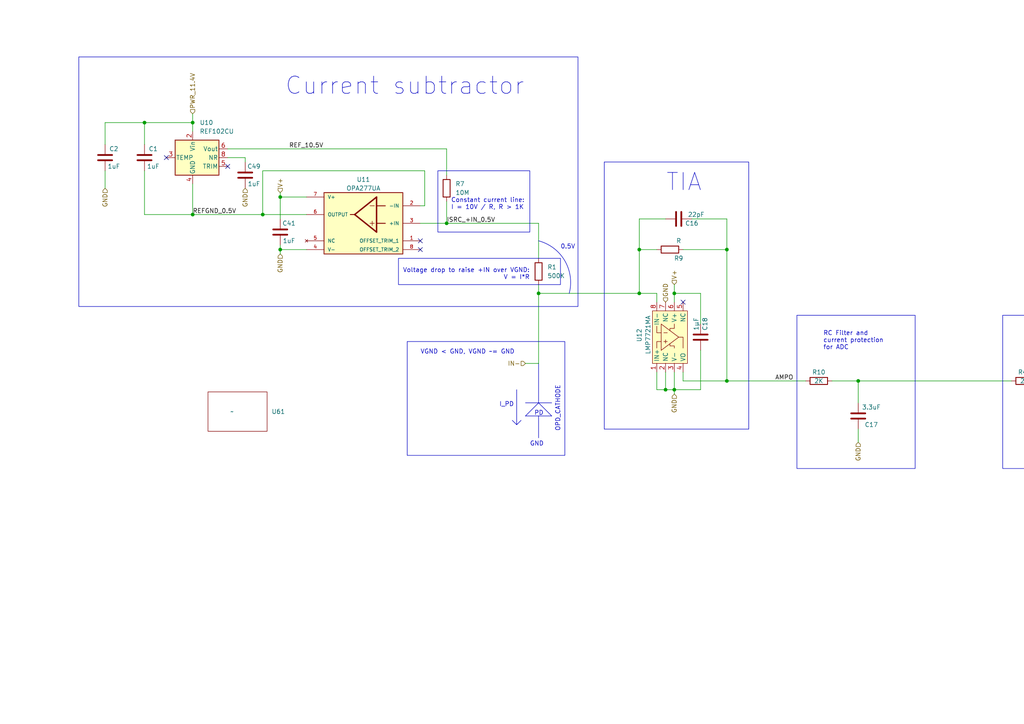
<source format=kicad_sch>
(kicad_sch (version 20230121) (generator eeschema)
  (paper "A4")
  (lib_symbols
    (symbol "Device:C" (pin_numbers hide) (pin_names (offset 0.254))
      (property "Reference" "C" (at 0.635 2.54 0))
      (property "Value" "C" (at 0.635 -2.54 0))
      (symbol "C_0_1"
        (polyline (pts (xy -2.032 -0.762) (xy 2.032 -0.762)) (stroke (width 0.508)))
        (polyline (pts (xy -2.032 0.762) (xy 2.032 0.762)) (stroke (width 0.508)))
      )
      (symbol "C_1_1"
        (pin passive line (at 0 3.81 270) (length 2.794) (name "~") (number "1"))
        (pin passive line (at 0 -3.81 90) (length 2.794) (name "~") (number "2"))
      )
    )
    (symbol "Device:R" (pin_numbers hide) (pin_names (offset 0))
      (property "Reference" "R" (at 2.032 0 90))
      (property "Value" "R" (at 0 0 90))
      (symbol "R_0_1"
        (rectangle (start -1.016 -2.54) (end 1.016 2.54) (stroke (width 0.254)))
      )
      (symbol "R_1_1"
        (pin passive line (at 0 3.81 270) (length 1.27) (name "~") (number "1"))
        (pin passive line (at 0 -3.81 90) (length 1.27) (name "~") (number "2"))
      )
    )
    (symbol "LMP7721:LMP7721MA"
      (property "Reference" "U" (at 0 6.35 0))
      (property "Value" "LMP7721MA" (at -0.635 8.89 0))
      (symbol "LMP7721MA_0_1"
        (rectangle (start -7.62 5.08) (end 7.62 -5.08) (fill (type background)))
        (polyline (pts (xy -1.778 1.27) (xy -0.762 1.27)))
        (polyline (pts (xy -1.27 1.778) (xy -1.27 0.762)))
        (polyline (pts (xy 1.27 1.778) (xy 1.27 0.762)))
        (polyline (pts (xy -1.27 2.54) (xy -1.27 3.81) (xy -3.175 3.81)))
        (polyline (pts (xy 0 -2.54) (xy 0 -3.81) (xy -3.175 -3.81)))
        (polyline (pts (xy 1.27 2.54) (xy 1.27 3.81) (xy 3.175 3.81)))
        (polyline (pts (xy -3.81 2.54) (xy 3.81 2.54) (xy 0 -2.54) (xy -3.81 2.54)))
        (polyline (pts (xy -1.905 0) (xy -2.54 0) (xy -2.54 -1.27) (xy -3.175 -1.27)))
        (polyline (pts (xy 1.905 0) (xy 2.54 0) (xy 2.54 -1.27) (xy 3.81 -1.27)))
      )
      (symbol "LMP7721MA_1_1"
        (pin input line (at -10.16 3.81 0) (length 2.54) (name "IN+") (number "1"))
        (pin input line (at -10.16 1.27 0) (length 2.54) (name "NC") (number "2"))
        (pin input line (at -10.16 -1.27 0) (length 2.54) (name "V-") (number "3"))
        (pin input line (at -10.16 -3.81 0) (length 2.54) (name "VO") (number "4"))
        (pin input line (at 10.16 -3.81 180) (length 2.54) (name "NC") (number "5"))
        (pin input line (at 10.16 -1.27 180) (length 2.54) (name "V+") (number "6"))
        (pin input line (at 10.16 1.27 180) (length 2.54) (name "NC") (number "7"))
        (pin input line (at 10.16 3.81 180) (length 2.54) (name "IN-") (number "8"))
      )
    )
    (symbol "OPAx277:OPA277UA" (pin_names (offset 1.016))
      (property "Reference" "U" (at -10.16 13.97 0))
      (property "Value" "OPA277UA" (at -10.16 -6.35 0))
      (symbol "OPA277UA_0_0"
        (rectangle (start -10.16 13.97) (end 12.7 -3.81) (stroke (width 0.254)) (fill (type background)))
        (polyline (pts (xy -5.08 5.08) (xy -2.54 5.08)) (stroke (width 0.254)))
        (polyline (pts (xy -5.08 10.16) (xy -2.54 10.16)) (stroke (width 0.254)))
        (polyline (pts (xy -2.54 2.54) (xy 3.81 7.62)) (stroke (width 0.4064)))
        (polyline (pts (xy -2.54 5.08) (xy -2.54 2.54)) (stroke (width 0.4064)))
        (polyline (pts (xy -2.54 10.16) (xy -2.54 5.08)) (stroke (width 0.4064)))
        (polyline (pts (xy -2.54 12.7) (xy -2.54 10.16)) (stroke (width 0.4064)))
        (polyline (pts (xy -1.905 5.08) (xy -0.635 5.08)) (stroke (width 0.1524)))
        (polyline (pts (xy -1.905 10.16) (xy -0.635 10.16)) (stroke (width 0.1524)))
        (polyline (pts (xy -1.27 5.715) (xy -1.27 4.445)) (stroke (width 0.1524)))
        (polyline (pts (xy 3.81 7.62) (xy -2.54 12.7)) (stroke (width 0.4064)))
        (polyline (pts (xy 3.81 7.62) (xy 5.08 7.62)) (stroke (width 0.254)))
        (pin input line (at -15.24 0 0) (length 5.08) (name "OFFSET_TRIM_1") (number "1"))
        (pin input line (at -15.24 10.16 0) (length 5.08) (name "-IN") (number "2"))
        (pin input line (at -15.24 5.08 0) (length 5.08) (name "+IN") (number "3"))
        (pin power_in line (at 17.78 -2.54 180) (length 5.08) (name "V-") (number "4"))
        (pin no_connect line (at 17.78 0 180) (length 5.08) (name "NC") (number "5"))
        (pin output line (at 17.78 7.62 180) (length 5.08) (name "OUTPUT") (number "6"))
        (pin power_in line (at 17.78 12.7 180) (length 5.08) (name "V+") (number "7"))
        (pin input line (at -15.24 -2.54 0) (length 5.08) (name "OFFSET_TRIM_2") (number "8"))
      )
    )
    (symbol "Reference_Voltage:REF102CU" (pin_names (offset 0.254))
      (property "Reference" "U" (at 0 8.255 0))
      (property "Value" "REF102CU" (at 3.175 6.35 0))
      (symbol "REF102CU_0_1"
        (rectangle (start -7.62 5.08) (end 5.08 -5.08) (stroke (width 0.254)) (fill (type background)))
      )
      (symbol "REF102CU_1_1"
        (pin no_connect line (at -5.08 -5.08 90) (length 2.54) hide (name "NC") (number "1"))
        (pin power_in line (at -2.54 7.62 270) (length 2.54) (name "Vin") (number "2"))
        (pin passive line (at -10.16 0 0) (length 2.54) (name "TEMP") (number "3"))
        (pin power_in line (at -2.54 -7.62 90) (length 2.54) (name "GND") (number "4"))
        (pin passive line (at 7.62 -2.54 180) (length 2.54) (name "TRIM") (number "5"))
        (pin power_out line (at 7.62 2.54 180) (length 2.54) (name "Vout") (number "6"))
        (pin no_connect line (at 0 -5.08 90) (length 2.54) hide (name "NC") (number "7"))
        (pin passive line (at 7.62 0 180) (length 2.54) (name "NR") (number "8"))
      )
    )
    (symbol "h-ALO:OPD_TIA_Outline" (pin_numbers hide) (pin_names (offset 0) hide) (in_bom no)
      (property "Reference" "U" (at 0 0 0))
      (symbol "OPD_TIA_Outline_0_1"
        (rectangle (start -6.985 5.715) (end 10.16 -5.715))
      )
    )
  )
  (junction (at 41.91 35.56))
  (junction (at 210.82 110.49))
  (junction (at 193.04 113.03))
  (junction (at 156.21 85.09))
  (junction (at 76.2 62.23))
  (junction (at 195.58 113.03))
  (junction (at 185.42 72.39))
  (junction (at 55.88 62.23))
  (junction (at 129.54 64.77))
  (junction (at 185.42 85.09))
  (junction (at 210.82 72.39))
  (junction (at 81.28 57.15))
  (junction (at 55.88 35.56))
  (junction (at 308.61 110.49))
  (junction (at 195.58 85.09))
  (junction (at 248.92 110.49))
  (junction (at 81.28 72.39))
  (no_connect (at 198.12 87.63))
  (no_connect (at 48.26 45.72))
  (no_connect (at 66.04 48.26))
  (no_connect (at 121.92 69.85))
  (no_connect (at 121.92 72.39))
  (wire (pts (xy 76.2 49.53) (xy 123.19 49.53)))
  (wire (pts (xy 210.82 110.49) (xy 233.68 110.49)))
  (wire (pts (xy 190.5 85.09) (xy 190.5 87.63)))
  (wire (pts (xy 308.61 124.46) (xy 308.61 128.27)))
  (wire (pts (xy 248.92 110.49) (xy 293.37 110.49)))
  (wire (pts (xy 193.04 113.03) (xy 193.04 107.95)))
  (wire (pts (xy 203.2 85.09) (xy 203.2 93.98)))
  (wire (pts (xy 193.04 113.03) (xy 195.58 113.03)))
  (polyline (pts (xy 152.4 120.65) (xy 160.02 120.65)))
  (wire (pts (xy 190.5 107.95) (xy 190.5 113.03)))
  (wire (pts (xy 121.92 64.77) (xy 129.54 64.77)))
  (wire (pts (xy 195.58 85.09) (xy 195.58 87.63)))
  (wire (pts (xy 129.54 43.18) (xy 129.54 50.8)))
  (wire (pts (xy 198.12 72.39) (xy 210.82 72.39)))
  (wire (pts (xy 129.54 58.42) (xy 129.54 64.77)))
  (wire (pts (xy 308.61 110.49) (xy 308.61 116.84)))
  (wire (pts (xy 30.48 35.56) (xy 41.91 35.56)))
  (wire (pts (xy 55.88 53.34) (xy 55.88 62.23)))
  (wire (pts (xy 81.28 73.66) (xy 81.28 72.39)))
  (wire (pts (xy 55.88 62.23) (xy 76.2 62.23)))
  (wire (pts (xy 248.92 124.46) (xy 248.92 128.27)))
  (wire (pts (xy 308.61 110.49) (xy 330.2 110.49)))
  (wire (pts (xy 71.12 45.72) (xy 71.12 46.99)))
  (polyline (pts (xy 156.21 105.41) (xy 156.21 116.84)))
  (wire (pts (xy 30.48 49.53) (xy 30.48 54.61)))
  (wire (pts (xy 210.82 63.5) (xy 210.82 72.39)))
  (polyline (pts (xy 152.4 116.84) (xy 160.02 116.84)))
  (wire (pts (xy 55.88 35.56) (xy 55.88 38.1)))
  (wire (pts (xy 198.12 110.49) (xy 210.82 110.49)))
  (wire (pts (xy 185.42 85.09) (xy 190.5 85.09)))
  (wire (pts (xy 198.12 110.49) (xy 198.12 107.95)))
  (wire (pts (xy 190.5 113.03) (xy 193.04 113.03)))
  (wire (pts (xy 81.28 71.12) (xy 81.28 72.39)))
  (wire (pts (xy 195.58 85.09) (xy 203.2 85.09)))
  (wire (pts (xy 76.2 62.23) (xy 76.2 49.53)))
  (polyline (pts (xy 156.21 120.65) (xy 156.21 127)))
  (wire (pts (xy 185.42 72.39) (xy 190.5 72.39)))
  (wire (pts (xy 81.28 57.15) (xy 88.9 57.15)))
  (wire (pts (xy 156.21 82.55) (xy 156.21 85.09)))
  (wire (pts (xy 156.21 74.93) (xy 156.21 64.77)))
  (wire (pts (xy 81.28 72.39) (xy 88.9 72.39)))
  (wire (pts (xy 185.42 63.5) (xy 193.04 63.5)))
  (wire (pts (xy 55.88 33.02) (xy 55.88 35.56)))
  (polyline (pts (xy 160.02 120.65) (xy 156.21 116.84)))
  (wire (pts (xy 152.4 105.41) (xy 156.21 105.41)))
  (wire (pts (xy 123.19 59.69) (xy 121.92 59.69)))
  (wire (pts (xy 248.92 110.49) (xy 248.92 116.84)))
  (wire (pts (xy 195.58 113.03) (xy 195.58 107.95)))
  (wire (pts (xy 41.91 35.56) (xy 41.91 41.91)))
  (polyline (pts (xy 149.86 113.03) (xy 149.86 123.19)))
  (wire (pts (xy 300.99 110.49) (xy 308.61 110.49)))
  (wire (pts (xy 185.42 72.39) (xy 185.42 85.09)))
  (wire (pts (xy 55.88 35.56) (xy 41.91 35.56)))
  (wire (pts (xy 200.66 63.5) (xy 210.82 63.5)))
  (wire (pts (xy 81.28 57.15) (xy 81.28 63.5)))
  (wire (pts (xy 30.48 41.91) (xy 30.48 35.56)))
  (wire (pts (xy 185.42 63.5) (xy 185.42 72.39)))
  (wire (pts (xy 203.2 101.6) (xy 203.2 113.03)))
  (wire (pts (xy 76.2 62.23) (xy 88.9 62.23)))
  (polyline (pts (xy 148.59 121.92) (xy 149.86 123.19)))
  (wire (pts (xy 156.21 64.77) (xy 129.54 64.77)))
  (wire (pts (xy 195.58 82.55) (xy 195.58 85.09)))
  (wire (pts (xy 129.54 43.18) (xy 66.04 43.18)))
  (wire (pts (xy 123.19 49.53) (xy 123.19 59.69)))
  (wire (pts (xy 41.91 62.23) (xy 55.88 62.23)))
  (wire (pts (xy 41.91 49.53) (xy 41.91 62.23)))
  (polyline (pts (xy 151.13 121.92) (xy 149.86 123.19)))
  (wire (pts (xy 195.58 113.03) (xy 195.58 114.3)))
  (wire (pts (xy 210.82 72.39) (xy 210.82 110.49)))
  (wire (pts (xy 156.21 85.09) (xy 185.42 85.09)))
  (polyline (pts (xy 152.4 120.65) (xy 156.21 116.84)))
  (wire (pts (xy 66.04 45.72) (xy 71.12 45.72)))
  (wire (pts (xy 195.58 113.03) (xy 203.2 113.03)))
  (wire (pts (xy 241.3 110.49) (xy 248.92 110.49)))
  (wire (pts (xy 156.21 85.09) (xy 156.21 105.41)))
  (wire (pts (xy 81.28 55.88) (xy 81.28 57.15)))
  (rectangle (start 175.26 46.99) (end 217.17 124.46))
  (rectangle (start 115.57 74.93) (end 162.56 82.55))
  (rectangle (start 290.83 91.44) (end 325.12 135.89))
  (rectangle (start 118.11 99.06) (end 163.83 132.08))
  (arc (start 156.21 69.85) (mid 163.8113 75.6288) (end 165.1 85.09))
  (rectangle (start 127 49.53) (end 153.67 67.31))
  (rectangle (start 231.14 91.44) (end 265.43 135.89))
  (rectangle (start 22.86 16.51) (end 167.64 88.9))
  (text_box "10.1 Layout Guidelines\nIn order to capitalize on the LMP7721's ultra-low input bias current, careful circuit layout and assembly are\nrequired. Guarding techniques are highly recommended to reduce parasitic leakage current by isolating the\nLMP7721's input from large voltage gradients across the PC board. A guard is a low-impedance conductor that\nsurrounds an input line and its potential is raised to the input line's voltage. The input pins should be fully\nguarded as shown in Figure 54. The guard traces should completely encircle the input connections. In addition,\nthey should be located on both sides of the PCB and be connected together.\nTo further guard the inputs from the supply pins, the two N/C pins may be connected to the guard trace which\nwill provide guarding down to the leadframe level.\nSolder mask should not cover the input and the guard area including guard traces on either side of the PCB.\nKeep switching power supplies and other noise-producing devices away from the input area." (at 312.42 25.4 0) (size 110.49 41.91) (effects (font (size 1.27 1.27)) (justify left top)))
  (text "I_PD" (at 144.78 118.11 0) (effects (font (size 1.27 1.27)) (justify left bottom)))
  (text "Constant current line:\nI = 10V / R, R > 1K" (at 130.81 60.96 0) (effects (font (size 1.27 1.27)) (justify left bottom)))
  (text "PD" (at 154.94 120.65 0) (effects (font (size 1.27 1.27)) (justify left bottom)))
  (text "TIA" (at 193.04 55.88 0) (effects (font (size 5 5)) (justify left bottom)))
  (text "RC Filter and \ncurrent protection \nfor ADC" (at 298.45 101.6 0) (effects (font (size 1.27 1.27)) (justify left bottom)))
  (text "GND" (at 153.67 129.54 0) (effects (font (size 1.27 1.27)) (justify left bottom)))
  (text "Voltage drop to raise +IN over VGND:\nV = I*R" (at 153.67 81.28 0) (effects (font (size 1.27 1.27)) (justify right bottom)))
  (text "VGND < GND, VGND ~= GND" (at 121.92 102.87 0) (effects (font (size 1.27 1.27)) (justify left bottom)))
  (text "0.5V" (at 162.56 72.39 0) (effects (font (size 1.27 1.27)) (justify left bottom)))
  (text "OPD_CATHODE" (at 162.56 111.76 90) (effects (font (size 1.27 1.27)) (justify right bottom)))
  (text "Current subtractor" (at 82.55 27.94 0) (effects (font (size 5 5)) (justify left bottom)))
  (text "RC Filter and \ncurrent protection \nfor ADC" (at 238.76 101.6 0) (effects (font (size 1.27 1.27)) (justify left bottom)))
  (label "REF_10.5V" (at 83.82 43.18 0))
  (label "ISRC_+IN_0.5V" (at 129.54 64.77 0))
  (label "AMPO" (at 224.79 110.49 0))
  (label "REFGND_0.5V" (at 55.88 62.23 0))
  (hierarchical_label "GND" (shape input) (at 81.28 73.66 270))
  (hierarchical_label "GND" (shape input) (at 30.48 54.61 270))
  (hierarchical_label "GND" (shape input) (at 71.12 54.61 270))
  (hierarchical_label "IN-" (shape input) (at 152.4 105.41 180))
  (hierarchical_label "GND" (shape input) (at 248.92 128.27 270))
  (hierarchical_label "OUT" (shape input) (at 330.2 110.49 0))
  (hierarchical_label "GND" (shape input) (at 195.58 114.3 270))
  (hierarchical_label "V+" (shape input) (at 81.28 55.88 90))
  (hierarchical_label "GND" (shape input) (at 308.61 128.27 270))
  (hierarchical_label "PWR_11.4V" (shape input) (at 55.88 33.02 90))
  (hierarchical_label "V+" (shape input) (at 195.58 82.55 90))
  (hierarchical_label "GND" (shape input) (at 193.04 87.63 90))
  (symbol (lib_id "Reference_Voltage:REF102CU") (at 58.42 45.72 0) (unit 1)
    (property "Reference" "U10" (at 57.8994 35.56 0) (effects (justify left)))
    (property "Value" "REF102CU" (at 57.8994 38.1 0) (effects (justify left)))
    (property "Footprint" "Package_SO:SOIC-8_3.9x4.9mm_P1.27mm" (effects hide))
    (property "Datasheet" "http://www.ti.com/lit/ds/symlink/ref02.pdf" (effects hide))
    (instances (project "demo_LMP7721" (path "" (reference "U10") (unit 1)) (path "" (reference "U3") (unit 1)) (path "" (reference "U17") (unit 1)) (path "" (reference "U20") (unit 1)) (path "" (reference "U23") (unit 1)) (path "" (reference "U48") (unit 1)) (path "" (reference "U51") (unit 1)) (path "" (reference "U45") (unit 1))))
  )
  (symbol (lib_id "Device:C") (at 71.12 50.8 180) (unit 1)
    (property "Reference" "C49" (at 73.66 48.26 0))
    (property "Value" "1uF" (at 73.66 53.34 0))
    (property "Footprint" "Capacitor_SMD:C_0603_1608Metric" (effects hide))
    (instances (project "demo_LMP7721" (path "" (reference "C49") (unit 1)) (path "" (reference "C24") (unit 1)) (path "" (reference "C36") (unit 1)) (path "" (reference "C44") (unit 1)) (path "" (reference "C61") (unit 1)) (path "" (reference "C100") (unit 1)) (path "" (reference "C107") (unit 1)) (path "" (reference "C86") (unit 1))))
  )
  (symbol (lib_id "LMP7721:LMP7721MA") (at 194.31 97.79 90) (unit 1)
    (property "Reference" "U12" (at 185.42 95.25 0) (effects (justify right)))
    (property "Value" "LMP7721MA" (at 187.96 91.44 0) (effects (justify right)))
    (property "Footprint" "Package_SO:SOIC-8_3.9x4.9mm_P1.27mm" (effects hide))
    (instances (project "demo_LMP7721" (path "" (reference "U12") (unit 1)) (path "" (reference "U16") (unit 1)) (path "" (reference "U19") (unit 1)) (path "" (reference "U22") (unit 1)) (path "" (reference "U36") (unit 1)) (path "" (reference "U50") (unit 1)) (path "" (reference "U53") (unit 1)) (path "" (reference "U47") (unit 1))))
  )
  (symbol (lib_id "Device:R") (at 156.21 78.74 180) (unit 1)
    (property "Reference" "R1" (at 158.75 77.47 0) (effects (justify right)))
    (property "Value" "500K" (at 158.75 80.01 0) (effects (justify right)))
    (property "Footprint" "Resistor_SMD:R_0603_1608Metric" (effects hide))
    (instances (project "demo_LMP7721" (path "" (reference "R1") (unit 1)) (path "" (reference "R3") (unit 1)) (path "" (reference "R15") (unit 1)) (path "" (reference "R21") (unit 1)) (path "" (reference "R26") (unit 1)) (path "" (reference "R31") (unit 1)) (path "" (reference "R37") (unit 1)) (path "" (reference "R40") (unit 1))))
  )
  (symbol (lib_id "h-ALO:OPD_TIA_Outline") (at 67.31 119.38 0) (unit 1) (in_bom no)
    (property "Reference" "U61" (at 78.74 119.38 0) (effects (justify left)))
    (property "Value" "~" (at 67.31 119.38 0))
    (property "Footprint" "h-ALO:OPD_TIA_Outline" (effects hide))
    (property "Sim.Enable" "0" (effects hide))
    (instances (project "demo_LMP7721" (path "" (reference "U61") (unit 1)) (path "" (reference "U62") (unit 1)) (path "" (reference "U63") (unit 1)) (path "" (reference "U64") (unit 1)) (path "" (reference "U65") (unit 1)) (path "" (reference "U66") (unit 1)) (path "" (reference "U68") (unit 1)) (path "" (reference "U67") (unit 1))))
  )
  (symbol (lib_id "Device:C") (at 30.48 45.72 180) (unit 1)
    (property "Reference" "C2" (at 33.02 43.18 0))
    (property "Value" "1uF" (at 33.02 48.26 0))
    (property "Footprint" "Capacitor_SMD:C_0603_1608Metric" (effects hide))
    (instances (project "demo_LMP7721" (path "" (reference "C2") (unit 1)) (path "" (reference "C22") (unit 1)) (path "" (reference "C29") (unit 1)) (path "" (reference "C42") (unit 1)) (path "" (reference "C55") (unit 1)) (path "" (reference "C98") (unit 1)) (path "" (reference "C105") (unit 1)) (path "" (reference "C84") (unit 1))))
  )
  (symbol (lib_id "OPAx277:OPA277UA") (at 106.68 69.85 0) (mirror y) (unit 1)
    (property "Reference" "U11" (at 105.41 52.07 0))
    (property "Value" "OPA277UA" (at 105.41 54.61 0))
    (property "Footprint" "Package_SO:SOIC-8_3.9x4.9mm_P1.27mm" (effects hide))
    (property "PARTREV" "02/2019" (effects hide))
    (property "MAXIMUM_PACKAGE_HEIGHT" "1.75 mm" (effects hide))
    (property "STANDARD" "IPC 7351B" (effects hide))
    (property "MANUFACTURER" "Texas Instruments" (effects hide))
    (instances (project "demo_LMP7721" (path "" (reference "U11") (unit 1)) (path "" (reference "U15") (unit 1)) (path "" (reference "U18") (unit 1)) (path "" (reference "U21") (unit 1)) (path "" (reference "U24") (unit 1)) (path "" (reference "U49") (unit 1)) (path "" (reference "U52") (unit 1)) (path "" (reference "U46") (unit 1))))
  )
  (symbol (lib_id "Device:C") (at 81.28 67.31 180) (unit 1)
    (property "Reference" "C41" (at 83.82 64.77 0))
    (property "Value" "1uF" (at 83.82 69.85 0))
    (property "Footprint" "Capacitor_SMD:C_0603_1608Metric" (effects hide))
    (instances (project "demo_LMP7721" (path "" (reference "C41") (unit 1)) (path "" (reference "C25") (unit 1)) (path "" (reference "C37") (unit 1)) (path "" (reference "C45") (unit 1)) (path "" (reference "C62") (unit 1)) (path "" (reference "C101") (unit 1)) (path "" (reference "C108") (unit 1)) (path "" (reference "C87") (unit 1))))
  )
  (symbol (lib_id "Device:R") (at 194.31 72.39 90) (unit 1)
    (property "Reference" "R9" (at 196.85 74.93 90))
    (property "Value" "R" (at 196.85 69.85 90))
    (property "Footprint" "Resistor_SMD:R_1206_3216Metric" (effects hide))
    (instances (project "demo_LMP7721" (path "" (reference "R9") (unit 1)) (path "" (reference "R11") (unit 1)) (path "" (reference "R17") (unit 1)) (path "" (reference "R22") (unit 1)) (path "" (reference "R28") (unit 1)) (path "" (reference "R32") (unit 1)) (path "" (reference "R38") (unit 1)) (path "" (reference "R41") (unit 1))))
  )
  (symbol (lib_id "Device:C") (at 196.85 63.5 90) (unit 1)
    (property "Reference" "C16" (at 200.66 64.77 90))
    (property "Value" "22pF" (at 201.93 62.23 90))
    (property "Footprint" "Capacitor_SMD:C_0603_1608Metric" (effects hide))
    (instances (project "demo_LMP7721" (path "" (reference "C16") (unit 1)) (path "" (reference "C26") (unit 1)) (path "" (reference "C38") (unit 1)) (path "" (reference "C47") (unit 1)) (path "" (reference "C63") (unit 1)) (path "" (reference "C102") (unit 1)) (path "" (reference "C109") (unit 1)) (path "" (reference "C88") (unit 1))))
  )
  (symbol (lib_id "Device:R") (at 297.18 110.49 270) (unit 1)
    (property "Reference" "R46" (at 297.18 107.95 90))
    (property "Value" "2K" (at 297.18 110.49 90))
    (property "Footprint" "Resistor_SMD:R_0603_1608Metric" (effects hide))
    (instances (project "demo_LMP7721" (path "" (reference "R46") (unit 1)) (path "" (reference "R47") (unit 1)) (path "" (reference "R48") (unit 1)) (path "" (reference "R49") (unit 1)) (path "" (reference "R50") (unit 1)) (path "" (reference "R51") (unit 1)) (path "" (reference "R52") (unit 1)) (path "" (reference "R53") (unit 1))))
  )
  (symbol (lib_id "Device:C") (at 248.92 120.65 180) (unit 1)
    (property "Reference" "C17" (at 252.73 123.19 0))
    (property "Value" "3.3uF" (at 252.73 118.11 0))
    (property "Footprint" "Capacitor_SMD:C_0603_1608Metric" (effects hide))
    (instances (project "demo_LMP7721" (path "" (reference "C17") (unit 1)) (path "" (reference "C28") (unit 1)) (path "" (reference "C40") (unit 1)) (path "" (reference "C53") (unit 1)) (path "" (reference "C97") (unit 1)) (path "" (reference "C104") (unit 1)) (path "" (reference "C111") (unit 1)) (path "" (reference "C112") (unit 1))))
  )
  (symbol (lib_id "Device:C") (at 308.61 120.65 180) (unit 1)
    (property "Reference" "C20" (at 312.42 123.19 0))
    (property "Value" "3.3uF" (at 312.42 118.11 0))
    (property "Footprint" "Capacitor_SMD:C_0603_1608Metric" (effects hide))
    (instances (project "demo_LMP7721" (path "" (reference "C20") (unit 1)) (path "" (reference "C21") (unit 1)) (path "" (reference "C115") (unit 1)) (path "" (reference "C116") (unit 1)) (path "" (reference "C117") (unit 1)) (path "" (reference "C118") (unit 1)) (path "" (reference "C119") (unit 1)) (path "" (reference "C120") (unit 1))))
  )
  (symbol (lib_id "Device:R") (at 129.54 54.61 180) (unit 1)
    (property "Reference" "R7" (at 132.08 53.34 0) (effects (justify right)))
    (property "Value" "10M" (at 132.08 55.88 0) (effects (justify right)))
    (property "Footprint" "Resistor_SMD:R_0603_1608Metric" (effects hide))
    (instances (project "demo_LMP7721" (path "" (reference "R7") (unit 1)) (path "" (reference "R2") (unit 1)) (path "" (reference "R14") (unit 1)) (path "" (reference "R19") (unit 1)) (path "" (reference "R25") (unit 1)) (path "" (reference "R30") (unit 1)) (path "" (reference "R34") (unit 1)) (path "" (reference "R27") (unit 1))))
  )
  (symbol (lib_id "Device:R") (at 237.49 110.49 270) (unit 1)
    (property "Reference" "R10" (at 237.49 107.95 90))
    (property "Value" "2K" (at 237.49 110.49 90))
    (property "Footprint" "Resistor_SMD:R_0603_1608Metric" (effects hide))
    (instances (project "demo_LMP7721" (path "" (reference "R10") (unit 1)) (path "" (reference "R13") (unit 1)) (path "" (reference "R18") (unit 1)) (path "" (reference "R23") (unit 1)) (path "" (reference "R29") (unit 1)) (path "" (reference "R33") (unit 1)) (path "" (reference "R39") (unit 1)) (path "" (reference "R42") (unit 1))))
  )
  (symbol (lib_id "Device:C") (at 203.2 97.79 180) (unit 1)
    (property "Reference" "C18" (at 204.47 93.98 90))
    (property "Value" "1µF" (at 201.93 93.98 90))
    (property "Footprint" "Capacitor_SMD:C_0603_1608Metric" (effects hide))
    (instances (project "demo_LMP7721" (path "" (reference "C18") (unit 1)) (path "" (reference "C27") (unit 1)) (path "" (reference "C39") (unit 1)) (path "" (reference "C51") (unit 1)) (path "" (reference "C64") (unit 1)) (path "" (reference "C103") (unit 1)) (path "" (reference "C110") (unit 1)) (path "" (reference "C96") (unit 1))))
  )
  (symbol (lib_id "Device:C") (at 41.91 45.72 180) (unit 1)
    (property "Reference" "C1" (at 44.45 43.18 0))
    (property "Value" "1uF" (at 44.45 48.26 0))
    (property "Footprint" "Capacitor_SMD:C_0603_1608Metric" (effects hide))
    (instances (project "demo_LMP7721" (path "" (reference "C1") (unit 1)) (path "" (reference "C23") (unit 1)) (path "" (reference "C35") (unit 1)) (path "" (reference "C43") (unit 1)) (path "" (reference "C57") (unit 1)) (path "" (reference "C99") (unit 1)) (path "" (reference "C106") (unit 1)) (path "" (reference "C85") (unit 1))))
  )
)
</source>
